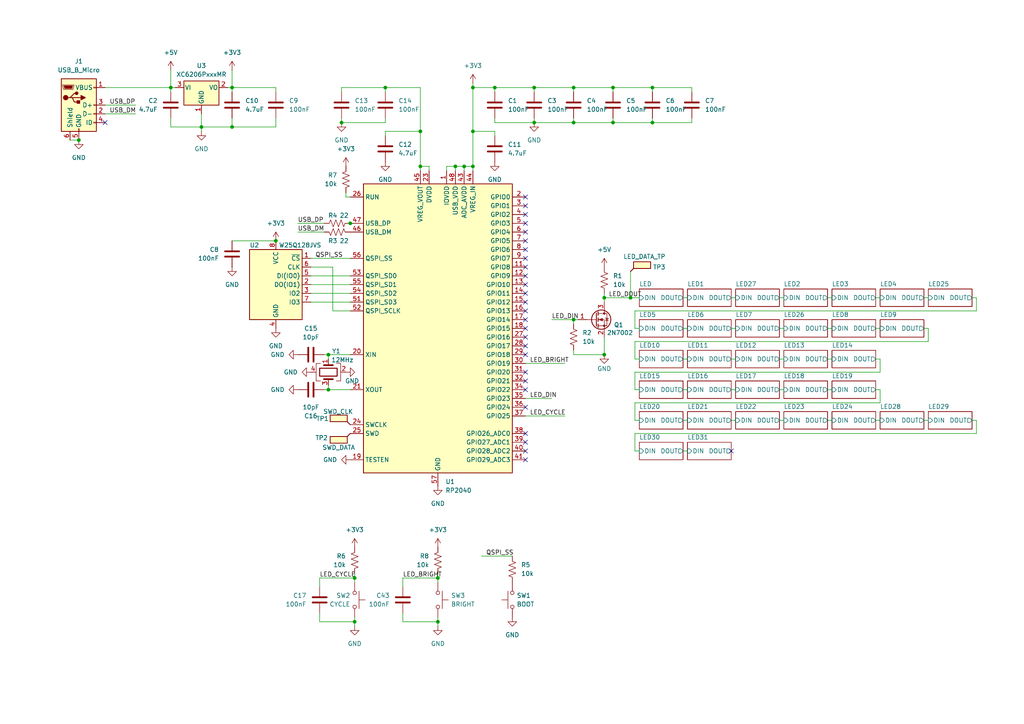
<source format=kicad_sch>
(kicad_sch (version 20231120) (generator "eeschema") (generator_version "8.0")
  (paper "A4")
  (lib_symbols
    (symbol "Connector:TestPoint_Flag" (pin_numbers hide) (pin_names (offset 0.762) hide)
      (property "Reference" "TP" (at 3.429 1.778 0))
      (property "Value" "TestPoint_Flag" (at 3.302 4.191 0))
      (symbol "TestPoint_Flag_1_1"
        (pin passive line (at 0 0 90) (length 0) (name "1") (number "1"))
      )
    )
    (symbol "Connector:USB_B_Micro" (pin_names (offset 1.016))
      (property "Reference" "J" (at -5.08 11.43 0))
      (property "Value" "USB_B_Micro" (at -5.08 8.89 0))
      (symbol "USB_B_Micro_1_1"
        (pin power_out line (at 7.62 5.08 180) (length 2.54) (name "VBUS") (number "1"))
        (pin bidirectional line (at 7.62 -2.54 180) (length 2.54) (name "D-") (number "2"))
        (pin bidirectional line (at 7.62 0 180) (length 2.54) (name "D+") (number "3"))
        (pin passive line (at 7.62 -5.08 180) (length 2.54) (name "ID") (number "4"))
        (pin power_out line (at 0 -10.16 90) (length 2.54) (name "GND") (number "5"))
        (pin passive line (at -2.54 -10.16 90) (length 2.54) (name "Shield") (number "6"))
      )
    )
    (symbol "Device:C" (pin_numbers hide) (pin_names (offset 0.254))
      (property "Reference" "C" (at 0.635 2.54 0))
      (property "Value" "C" (at 0.635 -2.54 0))
      (symbol "C_1_1"
        (pin passive line (at 0 3.81 270) (length 2.794) (name "~") (number "1"))
        (pin passive line (at 0 -3.81 90) (length 2.794) (name "~") (number "2"))
      )
    )
    (symbol "Device:Crystal_GND24" (pin_names (offset 1.016) hide)
      (property "Reference" "Y" (at 3.175 5.08 0))
      (property "Value" "Crystal_GND24" (at 3.175 3.175 0))
      (symbol "Crystal_GND24_1_1"
        (pin passive line (at -3.81 0 0) (length 1.27) (name "1") (number "1"))
        (pin passive line (at 0 5.08 270) (length 1.27) (name "2") (number "2"))
        (pin passive line (at 3.81 0 180) (length 1.27) (name "3") (number "3"))
        (pin passive line (at 0 -5.08 90) (length 1.27) (name "4") (number "4"))
      )
    )
    (symbol "Device:R_US" (pin_numbers hide) (pin_names (offset 0))
      (property "Reference" "R" (at 2.54 0 90))
      (property "Value" "R_US" (at -2.54 0 90))
      (symbol "R_US_1_1"
        (pin passive line (at 0 3.81 270) (length 1.27) (name "~") (number "1"))
        (pin passive line (at 0 -3.81 90) (length 1.27) (name "~") (number "2"))
      )
    )
    (symbol "MCU_RaspberryPi:RP2040"
      (property "Reference" "U" (at 17.78 45.72 0))
      (property "Value" "RP2040" (at 17.78 43.18 0))
      (symbol "RP2040_1_1"
        (pin power_in line (at 2.54 45.72 270) (length 3.81) (name "IOVDD") (number "1"))
        (pin passive line (at 2.54 45.72 270) (length 3.81) hide (name "IOVDD") (number "10"))
        (pin bidirectional line (at 25.4 17.78 180) (length 3.81) (name "GPIO8") (number "11"))
        (pin bidirectional line (at 25.4 15.24 180) (length 3.81) (name "GPIO9") (number "12"))
        (pin bidirectional line (at 25.4 12.7 180) (length 3.81) (name "GPIO10") (number "13"))
        (pin bidirectional line (at 25.4 10.16 180) (length 3.81) (name "GPIO11") (number "14"))
        (pin bidirectional line (at 25.4 7.62 180) (length 3.81) (name "GPIO12") (number "15"))
        (pin bidirectional line (at 25.4 5.08 180) (length 3.81) (name "GPIO13") (number "16"))
        (pin bidirectional line (at 25.4 2.54 180) (length 3.81) (name "GPIO14") (number "17"))
        (pin bidirectional line (at 25.4 0 180) (length 3.81) (name "GPIO15") (number "18"))
        (pin input line (at -25.4 -38.1 0) (length 3.81) (name "TESTEN") (number "19"))
        (pin bidirectional line (at 25.4 38.1 180) (length 3.81) (name "GPIO0") (number "2"))
        (pin input line (at -25.4 -7.62 0) (length 3.81) (name "XIN") (number "20"))
        (pin passive line (at -25.4 -17.78 0) (length 3.81) (name "XOUT") (number "21"))
        (pin passive line (at 2.54 45.72 270) (length 3.81) hide (name "IOVDD") (number "22"))
        (pin power_in line (at -2.54 45.72 270) (length 3.81) (name "DVDD") (number "23"))
        (pin input line (at -25.4 -27.94 0) (length 3.81) (name "SWCLK") (number "24"))
        (pin bidirectional line (at -25.4 -30.48 0) (length 3.81) (name "SWD") (number "25"))
        (pin input line (at -25.4 38.1 0) (length 3.81) (name "RUN") (number "26"))
        (pin bidirectional line (at 25.4 -2.54 180) (length 3.81) (name "GPIO16") (number "27"))
        (pin bidirectional line (at 25.4 -5.08 180) (length 3.81) (name "GPIO17") (number "28"))
        (pin bidirectional line (at 25.4 -7.62 180) (length 3.81) (name "GPIO18") (number "29"))
        (pin bidirectional line (at 25.4 35.56 180) (length 3.81) (name "GPIO1") (number "3"))
        (pin bidirectional line (at 25.4 -10.16 180) (length 3.81) (name "GPIO19") (number "30"))
        (pin bidirectional line (at 25.4 -12.7 180) (length 3.81) (name "GPIO20") (number "31"))
        (pin bidirectional line (at 25.4 -15.24 180) (length 3.81) (name "GPIO21") (number "32"))
        (pin passive line (at 2.54 45.72 270) (length 3.81) hide (name "IOVDD") (number "33"))
        (pin bidirectional line (at 25.4 -17.78 180) (length 3.81) (name "GPIO22") (number "34"))
        (pin bidirectional line (at 25.4 -20.32 180) (length 3.81) (name "GPIO23") (number "35"))
        (pin bidirectional line (at 25.4 -22.86 180) (length 3.81) (name "GPIO24") (number "36"))
        (pin bidirectional line (at 25.4 -25.4 180) (length 3.81) (name "GPIO25") (number "37"))
        (pin bidirectional line (at 25.4 -30.48 180) (length 3.81) (name "GPIO26_ADC0") (number "38"))
        (pin bidirectional line (at 25.4 -33.02 180) (length 3.81) (name "GPIO27_ADC1") (number "39"))
        (pin bidirectional line (at 25.4 33.02 180) (length 3.81) (name "GPIO2") (number "4"))
        (pin bidirectional line (at 25.4 -35.56 180) (length 3.81) (name "GPIO28_ADC2") (number "40"))
        (pin bidirectional line (at 25.4 -38.1 180) (length 3.81) (name "GPIO29_ADC3") (number "41"))
        (pin passive line (at 2.54 45.72 270) (length 3.81) hide (name "IOVDD") (number "42"))
        (pin power_in line (at 7.62 45.72 270) (length 3.81) (name "ADC_AVDD") (number "43"))
        (pin power_in line (at 10.16 45.72 270) (length 3.81) (name "VREG_IN") (number "44"))
        (pin power_out line (at -5.08 45.72 270) (length 3.81) (name "VREG_VOUT") (number "45"))
        (pin bidirectional line (at -25.4 27.94 0) (length 3.81) (name "USB_DM") (number "46"))
        (pin bidirectional line (at -25.4 30.48 0) (length 3.81) (name "USB_DP") (number "47"))
        (pin power_in line (at 5.08 45.72 270) (length 3.81) (name "USB_VDD") (number "48"))
        (pin passive line (at 2.54 45.72 270) (length 3.81) hide (name "IOVDD") (number "49"))
        (pin bidirectional line (at 25.4 30.48 180) (length 3.81) (name "GPIO3") (number "5"))
        (pin passive line (at -2.54 45.72 270) (length 3.81) hide (name "DVDD") (number "50"))
        (pin bidirectional line (at -25.4 7.62 0) (length 3.81) (name "QSPI_SD3") (number "51"))
        (pin output line (at -25.4 5.08 0) (length 3.81) (name "QSPI_SCLK") (number "52"))
        (pin bidirectional line (at -25.4 15.24 0) (length 3.81) (name "QSPI_SD0") (number "53"))
        (pin bidirectional line (at -25.4 10.16 0) (length 3.81) (name "QSPI_SD2") (number "54"))
        (pin bidirectional line (at -25.4 12.7 0) (length 3.81) (name "QSPI_SD1") (number "55"))
        (pin bidirectional line (at -25.4 20.32 0) (length 3.81) (name "QSPI_SS") (number "56"))
        (pin power_in line (at 0 -45.72 90) (length 3.81) (name "GND") (number "57"))
        (pin bidirectional line (at 25.4 27.94 180) (length 3.81) (name "GPIO4") (number "6"))
        (pin bidirectional line (at 25.4 25.4 180) (length 3.81) (name "GPIO5") (number "7"))
        (pin bidirectional line (at 25.4 22.86 180) (length 3.81) (name "GPIO6") (number "8"))
        (pin bidirectional line (at 25.4 20.32 180) (length 3.81) (name "GPIO7") (number "9"))
      )
    )
    (symbol "Memory_Flash:W25Q128JVS"
      (property "Reference" "U" (at -8.89 8.89 0))
      (property "Value" "W25Q128JVS" (at 7.62 8.89 0))
      (symbol "W25Q128JVS_1_1"
        (pin input line (at -10.16 7.62 0) (length 2.54) (name "~{CS}") (number "1"))
        (pin bidirectional line (at -10.16 0 0) (length 2.54) (name "DO(IO1)") (number "2"))
        (pin bidirectional line (at -10.16 -2.54 0) (length 2.54) (name "IO2") (number "3"))
        (pin power_in line (at 0 -12.7 90) (length 2.54) (name "GND") (number "4"))
        (pin bidirectional line (at -10.16 2.54 0) (length 2.54) (name "DI(IO0)") (number "5"))
        (pin input line (at -10.16 5.08 0) (length 2.54) (name "CLK") (number "6"))
        (pin bidirectional line (at -10.16 -5.08 0) (length 2.54) (name "IO3") (number "7"))
        (pin power_in line (at 0 12.7 270) (length 2.54) (name "VCC") (number "8"))
      )
    )
    (symbol "Regulator_Linear:XC6206PxxxMR" (pin_names (offset 0.254))
      (property "Reference" "U" (at -3.81 3.175 0))
      (property "Value" "XC6206PxxxMR" (at 0 3.175 0))
      (symbol "XC6206PxxxMR_1_1"
        (pin power_in line (at 0 -7.62 90) (length 2.54) (name "GND") (number "1"))
        (pin power_out line (at 7.62 0 180) (length 2.54) (name "VO") (number "2"))
        (pin power_in line (at -7.62 0 0) (length 2.54) (name "VI") (number "3"))
      )
    )
    (symbol "Switch:SW_Push" (pin_numbers hide) (pin_names (offset 1.016) hide)
      (property "Reference" "SW" (at 1.27 2.54 0))
      (property "Value" "SW_Push" (at 0 -1.524 0))
      (symbol "SW_Push_0_1"
        (pin passive line (at -5.08 0 0) (length 2.54) (name "1") (number "1"))
        (pin passive line (at 5.08 0 180) (length 2.54) (name "2") (number "2"))
      )
    )
    (symbol "Transistor_FET:2N7002" (pin_names hide)
      (property "Reference" "Q" (at 5.08 1.905 0))
      (property "Value" "2N7002" (at 5.08 0 0))
      (symbol "2N7002_1_1"
        (pin input line (at -5.08 0 0) (length 2.54) (name "G") (number "1"))
        (pin passive line (at 2.54 -5.08 90) (length 2.54) (name "S") (number "2"))
        (pin passive line (at 2.54 5.08 270) (length 2.54) (name "D") (number "3"))
      )
    )
    (symbol "power:+3V3" (power) (pin_numbers hide) (pin_names (offset 0) hide)
      (property "Value" "+3V3" (at 0 3.556 0))
      (symbol "+3V3_1_1"
        (pin power_in line (at 0 0 90) (length 0) (name "~") (number "1"))
      )
    )
    (symbol "power:+5V" (power) (pin_numbers hide) (pin_names (offset 0) hide)
      (property "Value" "+5V" (at 0 3.556 0))
      (symbol "+5V_1_1"
        (pin power_in line (at 0 0 90) (length 0) (name "~") (number "1"))
      )
    )
    (symbol "power:GND" (power) (pin_numbers hide) (pin_names (offset 0) hide)
      (property "Value" "GND" (at 0 -3.81 0))
      (symbol "GND_1_1"
        (pin power_in line (at 0 0 270) (length 0) (name "~") (number "1"))
      )
    )
  )
  (junction (at 22.86 40.64))
  (junction (at 111.76 25.4))
  (junction (at 127 167.64))
  (junction (at 177.8 35.56))
  (junction (at 154.94 25.4))
  (junction (at 80.01 69.85))
  (junction (at 102.87 180.34))
  (junction (at 175.26 102.87))
  (junction (at 49.53 25.4))
  (junction (at 132.08 48.26))
  (junction (at 101.6 64.77))
  (junction (at 67.31 25.4))
  (junction (at 189.23 35.56))
  (junction (at 121.92 38.1))
  (junction (at 175.26 86.36))
  (junction (at 137.16 25.4))
  (junction (at 67.31 36.83))
  (junction (at 166.37 35.56))
  (junction (at 189.23 25.4))
  (junction (at 177.8 25.4))
  (junction (at 58.42 36.83))
  (junction (at 166.37 92.71))
  (junction (at 121.92 48.26))
  (junction (at 154.94 35.56))
  (junction (at 143.51 25.4))
  (junction (at 102.87 167.64))
  (junction (at 166.37 25.4))
  (junction (at 137.16 48.26))
  (junction (at 137.16 38.1))
  (junction (at 99.06 35.56))
  (junction (at 134.62 48.26))
  (junction (at 182.88 86.36))
  (junction (at 95.25 113.03))
  (junction (at 127 180.34))
  (junction (at 95.25 102.87))
  (no_connect (at 152.4 72.39))
  (no_connect (at 152.4 118.11))
  (no_connect (at 152.4 95.25))
  (no_connect (at 152.4 107.95))
  (no_connect (at 152.4 67.31))
  (no_connect (at 152.4 90.17))
  (no_connect (at 152.4 113.03))
  (no_connect (at 152.4 128.27))
  (no_connect (at 212.09 130.81))
  (no_connect (at 152.4 85.09))
  (no_connect (at 152.4 57.15))
  (no_connect (at 152.4 130.81))
  (no_connect (at 152.4 102.87))
  (no_connect (at 30.48 35.56))
  (no_connect (at 152.4 133.35))
  (no_connect (at 152.4 82.55))
  (no_connect (at 152.4 110.49))
  (no_connect (at 152.4 64.77))
  (no_connect (at 152.4 97.79))
  (no_connect (at 152.4 87.63))
  (no_connect (at 152.4 69.85))
  (no_connect (at 152.4 92.71))
  (no_connect (at 152.4 62.23))
  (no_connect (at 152.4 100.33))
  (no_connect (at 152.4 77.47))
  (no_connect (at 152.4 80.01))
  (no_connect (at 152.4 125.73))
  (no_connect (at 152.4 74.93))
  (no_connect (at 152.4 59.69))
  (wire (pts (xy 152.4 120.65) (xy 163.83 120.65)))
  (wire (pts (xy 99.06 26.67) (xy 99.06 25.4)))
  (wire (pts (xy 184.15 116.84) (xy 255.27 116.84)))
  (wire (pts (xy 92.71 180.34) (xy 102.87 180.34)))
  (wire (pts (xy 95.25 104.14) (xy 95.25 102.87)))
  (wire (pts (xy 93.98 113.03) (xy 95.25 113.03)))
  (wire (pts (xy 80.01 36.83) (xy 67.31 36.83)))
  (wire (pts (xy 166.37 92.71) (xy 166.37 93.98)))
  (wire (pts (xy 90.17 80.01) (xy 101.6 80.01)))
  (wire (pts (xy 198.12 130.81) (xy 199.39 130.81)))
  (wire (pts (xy 134.62 48.26) (xy 137.16 48.26)))
  (wire (pts (xy 137.16 49.53) (xy 137.16 48.26)))
  (wire (pts (xy 102.87 166.37) (xy 102.87 167.64)))
  (wire (pts (xy 20.32 40.64) (xy 22.86 40.64)))
  (wire (pts (xy 184.15 113.03) (xy 185.42 113.03)))
  (wire (pts (xy 184.15 90.17) (xy 283.21 90.17)))
  (wire (pts (xy 254 104.14) (xy 255.27 104.14)))
  (wire (pts (xy 143.51 35.56) (xy 154.94 35.56)))
  (wire (pts (xy 90.17 82.55) (xy 101.6 82.55)))
  (wire (pts (xy 102.87 179.07) (xy 102.87 180.34)))
  (wire (pts (xy 100.33 55.88) (xy 100.33 57.15)))
  (wire (pts (xy 255.27 113.03) (xy 254 113.03)))
  (wire (pts (xy 137.16 38.1) (xy 143.51 38.1)))
  (wire (pts (xy 30.48 25.4) (xy 49.53 25.4)))
  (wire (pts (xy 154.94 25.4) (xy 154.94 26.67)))
  (wire (pts (xy 95.25 113.03) (xy 101.6 113.03)))
  (wire (pts (xy 154.94 35.56) (xy 166.37 35.56)))
  (wire (pts (xy 185.42 104.14) (xy 184.15 104.14)))
  (wire (pts (xy 166.37 102.87) (xy 166.37 101.6)))
  (wire (pts (xy 137.16 24.13) (xy 137.16 25.4)))
  (wire (pts (xy 283.21 125.73) (xy 184.15 125.73)))
  (wire (pts (xy 116.84 167.64) (xy 116.84 170.18)))
  (wire (pts (xy 240.03 104.14) (xy 241.3 104.14)))
  (wire (pts (xy 101.6 64.77) (xy 102.87 64.77)))
  (wire (pts (xy 58.42 36.83) (xy 58.42 38.1)))
  (wire (pts (xy 167.64 92.71) (xy 166.37 92.71)))
  (wire (pts (xy 177.8 25.4) (xy 189.23 25.4)))
  (wire (pts (xy 152.4 105.41) (xy 163.83 105.41)))
  (wire (pts (xy 212.09 95.25) (xy 213.36 95.25)))
  (wire (pts (xy 166.37 34.29) (xy 166.37 35.56)))
  (wire (pts (xy 67.31 69.85) (xy 80.01 69.85)))
  (wire (pts (xy 127 166.37) (xy 127 167.64)))
  (wire (pts (xy 30.48 33.02) (xy 39.37 33.02)))
  (wire (pts (xy 269.24 95.25) (xy 267.97 95.25)))
  (wire (pts (xy 92.71 167.64) (xy 92.71 170.18)))
  (wire (pts (xy 200.66 34.29) (xy 200.66 35.56)))
  (wire (pts (xy 166.37 25.4) (xy 177.8 25.4)))
  (wire (pts (xy 100.33 57.15) (xy 101.6 57.15)))
  (wire (pts (xy 283.21 121.92) (xy 283.21 125.73)))
  (wire (pts (xy 121.92 49.53) (xy 121.92 48.26)))
  (wire (pts (xy 255.27 116.84) (xy 255.27 113.03)))
  (wire (pts (xy 189.23 25.4) (xy 189.23 26.67)))
  (wire (pts (xy 226.06 113.03) (xy 227.33 113.03)))
  (wire (pts (xy 182.88 86.36) (xy 185.42 86.36)))
  (wire (pts (xy 198.12 113.03) (xy 199.39 113.03)))
  (wire (pts (xy 267.97 86.36) (xy 269.24 86.36)))
  (wire (pts (xy 269.24 99.06) (xy 269.24 95.25)))
  (wire (pts (xy 96.52 77.47) (xy 90.17 77.47)))
  (wire (pts (xy 111.76 35.56) (xy 99.06 35.56)))
  (wire (pts (xy 254 86.36) (xy 255.27 86.36)))
  (wire (pts (xy 127 167.64) (xy 116.84 167.64)))
  (wire (pts (xy 134.62 48.26) (xy 134.62 49.53)))
  (wire (pts (xy 184.15 121.92) (xy 184.15 116.84)))
  (wire (pts (xy 111.76 26.67) (xy 111.76 25.4)))
  (wire (pts (xy 116.84 180.34) (xy 127 180.34)))
  (wire (pts (xy 175.26 102.87) (xy 166.37 102.87)))
  (wire (pts (xy 67.31 34.29) (xy 67.31 36.83)))
  (wire (pts (xy 86.36 64.77) (xy 93.98 64.77)))
  (wire (pts (xy 198.12 121.92) (xy 199.39 121.92)))
  (wire (pts (xy 254 121.92) (xy 255.27 121.92)))
  (wire (pts (xy 80.01 26.67) (xy 80.01 25.4)))
  (wire (pts (xy 226.06 121.92) (xy 227.33 121.92)))
  (wire (pts (xy 177.8 34.29) (xy 177.8 35.56)))
  (wire (pts (xy 166.37 35.56) (xy 177.8 35.56)))
  (wire (pts (xy 143.51 39.37) (xy 143.51 38.1)))
  (wire (pts (xy 129.54 48.26) (xy 132.08 48.26)))
  (wire (pts (xy 93.98 102.87) (xy 95.25 102.87)))
  (wire (pts (xy 226.06 86.36) (xy 227.33 86.36)))
  (wire (pts (xy 185.42 121.92) (xy 184.15 121.92)))
  (wire (pts (xy 166.37 25.4) (xy 166.37 26.67)))
  (wire (pts (xy 80.01 34.29) (xy 80.01 36.83)))
  (wire (pts (xy 80.01 25.4) (xy 67.31 25.4)))
  (wire (pts (xy 86.36 67.31) (xy 93.98 67.31)))
  (wire (pts (xy 212.09 104.14) (xy 213.36 104.14)))
  (wire (pts (xy 189.23 35.56) (xy 200.66 35.56)))
  (wire (pts (xy 111.76 25.4) (xy 121.92 25.4)))
  (wire (pts (xy 198.12 86.36) (xy 199.39 86.36)))
  (wire (pts (xy 67.31 36.83) (xy 58.42 36.83)))
  (wire (pts (xy 67.31 25.4) (xy 67.31 26.67)))
  (wire (pts (xy 102.87 167.64) (xy 102.87 168.91)))
  (wire (pts (xy 49.53 25.4) (xy 49.53 26.67)))
  (wire (pts (xy 111.76 38.1) (xy 111.76 39.37)))
  (wire (pts (xy 101.6 90.17) (xy 96.52 90.17)))
  (wire (pts (xy 212.09 86.36) (xy 213.36 86.36)))
  (wire (pts (xy 124.46 49.53) (xy 124.46 48.26)))
  (wire (pts (xy 240.03 95.25) (xy 241.3 95.25)))
  (wire (pts (xy 175.26 86.36) (xy 182.88 86.36)))
  (wire (pts (xy 143.51 34.29) (xy 143.51 35.56)))
  (wire (pts (xy 143.51 25.4) (xy 154.94 25.4)))
  (wire (pts (xy 96.52 90.17) (xy 96.52 77.47)))
  (wire (pts (xy 184.15 125.73) (xy 184.15 130.81)))
  (wire (pts (xy 95.25 102.87) (xy 101.6 102.87)))
  (wire (pts (xy 177.8 25.4) (xy 177.8 26.67)))
  (wire (pts (xy 132.08 48.26) (xy 132.08 49.53)))
  (wire (pts (xy 240.03 113.03) (xy 241.3 113.03)))
  (wire (pts (xy 102.87 180.34) (xy 102.87 181.61)))
  (wire (pts (xy 189.23 34.29) (xy 189.23 35.56)))
  (wire (pts (xy 124.46 48.26) (xy 121.92 48.26)))
  (wire (pts (xy 132.08 48.26) (xy 134.62 48.26)))
  (wire (pts (xy 102.87 167.64) (xy 92.71 167.64)))
  (wire (pts (xy 129.54 49.53) (xy 129.54 48.26)))
  (wire (pts (xy 198.12 95.25) (xy 199.39 95.25)))
  (wire (pts (xy 49.53 34.29) (xy 49.53 36.83)))
  (wire (pts (xy 137.16 48.26) (xy 137.16 38.1)))
  (wire (pts (xy 240.03 121.92) (xy 241.3 121.92)))
  (wire (pts (xy 175.26 86.36) (xy 175.26 87.63)))
  (wire (pts (xy 121.92 38.1) (xy 111.76 38.1)))
  (wire (pts (xy 127 167.64) (xy 127 168.91)))
  (wire (pts (xy 184.15 130.81) (xy 185.42 130.81)))
  (wire (pts (xy 49.53 25.4) (xy 50.8 25.4)))
  (wire (pts (xy 184.15 99.06) (xy 269.24 99.06)))
  (wire (pts (xy 121.92 48.26) (xy 121.92 38.1)))
  (wire (pts (xy 90.17 87.63) (xy 101.6 87.63)))
  (wire (pts (xy 121.92 25.4) (xy 121.92 38.1)))
  (wire (pts (xy 226.06 95.25) (xy 227.33 95.25)))
  (wire (pts (xy 67.31 20.32) (xy 67.31 25.4)))
  (wire (pts (xy 182.88 78.74) (xy 182.88 86.36)))
  (wire (pts (xy 111.76 34.29) (xy 111.76 35.56)))
  (wire (pts (xy 30.48 30.48) (xy 39.37 30.48)))
  (wire (pts (xy 177.8 35.56) (xy 189.23 35.56)))
  (wire (pts (xy 283.21 86.36) (xy 281.94 86.36)))
  (wire (pts (xy 137.16 25.4) (xy 143.51 25.4)))
  (wire (pts (xy 92.71 177.8) (xy 92.71 180.34)))
  (wire (pts (xy 240.03 86.36) (xy 241.3 86.36)))
  (wire (pts (xy 189.23 25.4) (xy 200.66 25.4)))
  (wire (pts (xy 160.02 92.71) (xy 166.37 92.71)))
  (wire (pts (xy 212.09 121.92) (xy 213.36 121.92)))
  (wire (pts (xy 226.06 104.14) (xy 227.33 104.14)))
  (wire (pts (xy 200.66 26.67) (xy 200.66 25.4)))
  (wire (pts (xy 99.06 25.4) (xy 111.76 25.4)))
  (wire (pts (xy 255.27 107.95) (xy 184.15 107.95)))
  (wire (pts (xy 154.94 25.4) (xy 166.37 25.4)))
  (wire (pts (xy 143.51 25.4) (xy 143.51 26.67)))
  (wire (pts (xy 283.21 90.17) (xy 283.21 86.36)))
  (wire (pts (xy 212.09 113.03) (xy 213.36 113.03)))
  (wire (pts (xy 49.53 20.32) (xy 49.53 25.4)))
  (wire (pts (xy 184.15 90.17) (xy 184.15 95.25)))
  (wire (pts (xy 90.17 85.09) (xy 101.6 85.09)))
  (wire (pts (xy 154.94 34.29) (xy 154.94 35.56)))
  (wire (pts (xy 255.27 104.14) (xy 255.27 107.95)))
  (wire (pts (xy 184.15 104.14) (xy 184.15 99.06)))
  (wire (pts (xy 152.4 115.57) (xy 160.02 115.57)))
  (wire (pts (xy 281.94 121.92) (xy 283.21 121.92)))
  (wire (pts (xy 58.42 33.02) (xy 58.42 36.83)))
  (wire (pts (xy 137.16 38.1) (xy 137.16 25.4)))
  (wire (pts (xy 175.26 97.79) (xy 175.26 102.87)))
  (wire (pts (xy 175.26 85.09) (xy 175.26 86.36)))
  (wire (pts (xy 116.84 177.8) (xy 116.84 180.34)))
  (wire (pts (xy 90.17 74.93) (xy 101.6 74.93)))
  (wire (pts (xy 184.15 95.25) (xy 185.42 95.25)))
  (wire (pts (xy 49.53 36.83) (xy 58.42 36.83)))
  (wire (pts (xy 99.06 35.56) (xy 99.06 34.29)))
  (wire (pts (xy 267.97 121.92) (xy 269.24 121.92)))
  (wire (pts (xy 184.15 107.95) (xy 184.15 113.03)))
  (wire (pts (xy 139.7 161.29) (xy 148.59 161.29)))
  (wire (pts (xy 127 180.34) (xy 127 181.61)))
  (wire (pts (xy 198.12 104.14) (xy 199.39 104.14)))
  (wire (pts (xy 127 179.07) (xy 127 180.34)))
  (wire (pts (xy 254 95.25) (xy 255.27 95.25)))
  (wire (pts (xy 95.25 111.76) (xy 95.25 113.03)))
  (wire (pts (xy 66.04 25.4) (xy 67.31 25.4)))
  (label "QSPI_SS" (at 91.44 74.93 0))
  (label "QSPI_SS" (at 140.97 161.29 0))
  (label "LED_DIN" (at 160.02 92.71 0))
  (label "USB_DP" (at 31.75 30.48 0))
  (label "USB_DP" (at 86.36 64.77 0))
  (label "USB_DM" (at 31.75 33.02 0))
  (label "USB_DM" (at 86.36 67.31 0))
  (label "LED_CYCLE" (at 92.71 167.64 0))
  (label "LED_CYCLE" (at 153.67 120.65 0))
  (label "LED_DIN" (at 153.67 115.57 0))
  (label "LED_BRIGHT" (at 116.84 167.64 0))
  (label "LED_BRIGHT" (at 153.67 105.41 0))
  (label "LED_DOUT" (at 176.53 86.36 0))
  (symbol (lib_id "Device:C") (at 154.94 30.48 0) (unit 1)
    (property "Reference" "C3" (at 158.75 29.2099 0) (effects (justify left)))
    (property "Value" "100nF" (at 158.75 31.7499 0) (effects (justify left)))
    (property "Footprint" "Capacitor_SMD:C_0402_1005Metric" (effects (hide yes)))
    (property "Description" "Unpolarized capacitor" (effects (hide yes)))
    (property "MPN" "CL05B104KO5NNNC" (effects (hide yes)))
    (property "LCSC" "C1525" (effects (hide yes)))
  )
  (symbol (lib_id "Device:C") (at 116.84 173.99 0) (mirror y) (unit 1)
    (property "Reference" "C43" (at 113.03 172.7199 0) (effects (justify left)))
    (property "Value" "100nF" (at 113.03 175.2599 0) (effects (justify left)))
    (property "Footprint" "Capacitor_SMD:C_0402_1005Metric" (effects (hide yes)))
    (property "Description" "Unpolarized capacitor" (effects (hide yes)))
    (property "MPN" "CL05B104KO5NNNC" (effects (hide yes)))
    (property "LCSC" "C1525" (effects (hide yes)))
  )
  (symbol (lib_id "power:+3V3") (at 102.87 158.75 0) (mirror y) (unit 1)
    (property "Reference" "#PWR025" (effects (hide yes)))
    (property "Value" "+3V3" (at 102.87 153.67 0))
    (property "Description" "Power symbol creates a global label with name \"+3V3\"" (effects (hide yes)))
  )
  (symbol (lib_id "power:GND") (at 99.06 35.56 0) (unit 1)
    (property "Reference" "#PWR017" (effects (hide yes)))
    (property "Value" "GND" (at 99.06 40.64 0))
    (property "Description" "Power symbol creates a global label with name \"GND\" , ground" (effects (hide yes)))
  )
  (symbol (lib_id "Device:C") (at 80.01 30.48 0) (unit 1)
    (property "Reference" "C9" (at 83.82 29.2099 0) (effects (justify left)))
    (property "Value" "100nF" (at 83.82 31.7499 0) (effects (justify left)))
    (property "Footprint" "Capacitor_SMD:C_0402_1005Metric" (effects (hide yes)))
    (property "Description" "Unpolarized capacitor" (effects (hide yes)))
    (property "MPN" "CL05B104KO5NNNC" (effects (hide yes)))
    (property "LCSC" "C1525" (effects (hide yes)))
  )
  (symbol (lib_id "Device:R_US") (at 100.33 52.07 0) (mirror y) (unit 1)
    (property "Reference" "R7" (at 97.79 50.7999 0) (effects (justify left)))
    (property "Value" "10k" (at 97.79 53.3399 0) (effects (justify left)))
    (property "Footprint" "Resistor_SMD:R_0402_1005Metric" (effects (hide yes)))
    (property "Description" "Resistor, US symbol" (effects (hide yes)))
    (property "MPN" "0402WGF1002TCE" (effects (hide yes)))
    (property "LCSC" "C25744" (effects (hide yes)))
  )
  (symbol (lib_id "Connector:TestPoint_Flag") (at 101.6 123.19 0) (mirror y) (unit 1)
    (property "Reference" "TP1" (at 91.694 121.412 0) (effects (justify right)))
    (property "Value" "SWD_CLK" (at 93.726 119.38 0) (effects (justify right)))
    (property "Footprint" "TestPoint:TestPoint_Pad_1.0x1.0mm" (effects (hide yes)))
    (property "Description" "test point (alternative flag-style design)" (effects (hide yes)))
  )
  (symbol (lib_id "Device:C") (at 189.23 30.48 0) (unit 1)
    (property "Reference" "C6" (at 193.04 29.2099 0) (effects (justify left)))
    (property "Value" "100nF" (at 193.04 31.7499 0) (effects (justify left)))
    (property "Footprint" "Capacitor_SMD:C_0402_1005Metric" (effects (hide yes)))
    (property "Description" "Unpolarized capacitor" (effects (hide yes)))
    (property "MPN" "CL05B104KO5NNNC" (effects (hide yes)))
    (property "LCSC" "C1525" (effects (hide yes)))
  )
  (symbol (lib_id "power:GND") (at 101.6 133.35 270) (unit 1)
    (property "Reference" "#PWR021" (effects (hide yes)))
    (property "Value" "GND" (at 97.79 133.3499 90) (effects (justify right)))
    (property "Description" "Power symbol creates a global label with name \"GND\" , ground" (effects (hide yes)))
  )
  (symbol (lib_id "power:GND") (at 143.51 46.99 0) (unit 1)
    (property "Reference" "#PWR018" (effects (hide yes)))
    (property "Value" "GND" (at 143.51 52.07 0))
    (property "Description" "Power symbol creates a global label with name \"GND\" , ground" (effects (hide yes)))
  )
  (symbol (lib_id "Device:C") (at 67.31 30.48 0) (unit 1)
    (property "Reference" "C10" (at 71.12 29.2099 0) (effects (justify left)))
    (property "Value" "4.7uF" (at 71.12 31.7499 0) (effects (justify left)))
    (property "Footprint" "Capacitor_SMD:C_0402_1005Metric" (effects (hide yes)))
    (property "Description" "Unpolarized capacitor" (effects (hide yes)))
    (property "MPN" "CL05A475MP5NRNC" (effects (hide yes)))
    (property "LCSC" "C23733" (effects (hide yes)))
  )
  (symbol (lib_id "Device:C") (at 67.31 73.66 0) (mirror y) (unit 1)
    (property "Reference" "C8" (at 63.5 72.3899 0) (effects (justify left)))
    (property "Value" "100nF" (at 63.5 74.9299 0) (effects (justify left)))
    (property "Footprint" "Capacitor_SMD:C_0402_1005Metric" (effects (hide yes)))
    (property "Description" "Unpolarized capacitor" (effects (hide yes)))
    (property "MPN" "CL05B104KO5NNNC" (effects (hide yes)))
    (property "LCSC" "C1525" (effects (hide yes)))
  )
  (symbol (lib_id "Device:C") (at 90.17 102.87 90) (unit 1)
    (property "Reference" "C15" (at 90.17 95.25 90))
    (property "Value" "10pF" (at 90.17 97.79 90))
    (property "Footprint" "Capacitor_SMD:C_0402_1005Metric" (effects (hide yes)))
    (property "Description" "Unpolarized capacitor" (effects (hide yes)))
    (property "MPN" "CL05C100JB5NNNC" (effects (hide yes)))
    (property "LCSC" "C32949" (effects (hide yes)))
  )
  (symbol (lib_id "Device:C") (at 111.76 30.48 0) (unit 1)
    (property "Reference" "C14" (at 115.57 29.2099 0) (effects (justify left)))
    (property "Value" "100nF" (at 115.57 31.7499 0) (effects (justify left)))
    (property "Footprint" "Capacitor_SMD:C_0402_1005Metric" (effects (hide yes)))
    (property "Description" "Unpolarized capacitor" (effects (hide yes)))
    (property "MPN" "CL05B104KO5NNNC" (effects (hide yes)))
    (property "LCSC" "C1525" (effects (hide yes)))
  )
  (symbol (lib_id "power:GND") (at 22.86 40.64 0) (unit 1)
    (property "Reference" "#PWR012" (effects (hide yes)))
    (property "Value" "GND" (at 22.86 45.72 0))
    (property "Description" "Power symbol creates a global label with name \"GND\" , ground" (effects (hide yes)))
  )
  (symbol (lib_id "Memory_Flash:W25Q128JVS") (at 80.01 82.55 0) (mirror y) (unit 1)
    (property "Reference" "U2" (at 75.184 71.12 0) (effects (justify left)))
    (property "Value" "W25Q128JVS" (at 93.218 71.12 0) (effects (justify left)))
    (property "Footprint" "Package_SO:SOIC-8_5.23x5.23mm_P1.27mm" (effects (hide yes)))
    (property "Datasheet" "http://www.winbond.com/resource-files/w25q128jv_dtr%20revc%2003272018%20plus.pdf" (effects (hide yes)))
    (property "Description" "128Mb Serial Flash Memory, Standard/Dual/Quad SPI, SOIC-8" (effects (hide yes)))
    (property "MPN" "W25Q128JVSIQ" (effects (hide yes)))
    (property "LCSC" "C97521" (effects (hide yes)))
  )
  (symbol (lib_id "power:+3V3") (at 137.16 24.13 0) (unit 1)
    (property "Reference" "#PWR019" (effects (hide yes)))
    (property "Value" "+3V3" (at 137.16 19.05 0))
    (property "Description" "Power symbol creates a global label with name \"+3V3\"" (effects (hide yes)))
  )
  (symbol (lib_id "power:GND") (at 86.36 102.87 270) (unit 1)
    (property "Reference" "#PWR06" (effects (hide yes)))
    (property "Value" "GND" (at 82.55 102.8699 90) (effects (justify right)))
    (property "Description" "Power symbol creates a global label with name \"GND\" , ground" (effects (hide yes)))
  )
  (symbol (lib_id "Device:R_US") (at 166.37 97.79 0) (unit 1)
    (property "Reference" "R2" (at 168.91 96.5199 0) (effects (justify left)))
    (property "Value" "10k" (at 168.91 99.0599 0) (effects (justify left)))
    (property "Footprint" "Resistor_SMD:R_0402_1005Metric" (effects (hide yes)))
    (property "Description" "Resistor, US symbol" (effects (hide yes)))
    (property "MPN" "0402WGF1002TCE" (effects (hide yes)))
    (property "LCSC" "C25744" (effects (hide yes)))
  )
  (symbol (lib_id "power:+3V3") (at 67.31 20.32 0) (unit 1)
    (property "Reference" "#PWR03" (effects (hide yes)))
    (property "Value" "+3V3" (at 67.31 15.24 0))
    (property "Description" "Power symbol creates a global label with name \"+3V3\"" (effects (hide yes)))
  )
  (symbol (lib_id "Connector:TestPoint_Flag") (at 101.6 125.73 180) (unit 1)
    (property "Reference" "TP2" (at 91.44 127 0) (effects (justify right)))
    (property "Value" "SWD_DATA" (at 93.472 129.794 0) (effects (justify right)))
    (property "Footprint" "TestPoint:TestPoint_Pad_1.0x1.0mm" (effects (hide yes)))
    (property "Description" "test point (alternative flag-style design)" (effects (hide yes)))
  )
  (symbol (lib_id "power:+3V3") (at 80.01 69.85 0) (unit 1)
    (property "Reference" "#PWR010" (effects (hide yes)))
    (property "Value" "+3V3" (at 80.01 64.77 0))
    (property "Description" "Power symbol creates a global label with name \"+3V3\"" (effects (hide yes)))
  )
  (symbol (lib_id "Device:C") (at 111.76 43.18 0) (unit 1)
    (property "Reference" "C12" (at 115.57 41.9099 0) (effects (justify left)))
    (property "Value" "4.7uF" (at 115.57 44.4499 0) (effects (justify left)))
    (property "Footprint" "Capacitor_SMD:C_0402_1005Metric" (effects (hide yes)))
    (property "Description" "Unpolarized capacitor" (effects (hide yes)))
    (property "MPN" "CL05A475MP5NRNC" (effects (hide yes)))
    (property "LCSC" "C23733" (effects (hide yes)))
  )
  (symbol (lib_id "power:GND") (at 67.31 77.47 0) (unit 1)
    (property "Reference" "#PWR09" (effects (hide yes)))
    (property "Value" "GND" (at 67.31 82.55 0))
    (property "Description" "Power symbol creates a global label with name \"GND\" , ground" (effects (hide yes)))
  )
  (symbol (lib_id "power:GND") (at 175.26 102.87 0) (unit 1)
    (property "Reference" "#PWR023" (effects (hide yes)))
    (property "Value" "GND" (at 175.26 106.934 0))
    (property "Description" "Power symbol creates a global label with name \"GND\" , ground" (effects (hide yes)))
  )
  (symbol (lib_id "power:+3V3") (at 100.33 48.26 0) (unit 1)
    (property "Reference" "#PWR014" (effects (hide yes)))
    (property "Value" "+3V3" (at 100.33 43.18 0))
    (property "Description" "Power symbol creates a global label with name \"+3V3\"" (effects (hide yes)))
  )
  (symbol (lib_id "Device:C") (at 166.37 30.48 0) (unit 1)
    (property "Reference" "C4" (at 170.18 29.2099 0) (effects (justify left)))
    (property "Value" "100nF" (at 170.18 31.7499 0) (effects (justify left)))
    (property "Footprint" "Capacitor_SMD:C_0402_1005Metric" (effects (hide yes)))
    (property "Description" "Unpolarized capacitor" (effects (hide yes)))
    (property "MPN" "CL05B104KO5NNNC" (effects (hide yes)))
    (property "LCSC" "C1525" (effects (hide yes)))
  )
  (symbol (lib_id "Device:C") (at 143.51 30.48 0) (unit 1)
    (property "Reference" "C1" (at 147.32 29.2099 0) (effects (justify left)))
    (property "Value" "100nF" (at 147.32 31.7499 0) (effects (justify left)))
    (property "Footprint" "Capacitor_SMD:C_0402_1005Metric" (effects (hide yes)))
    (property "Description" "Unpolarized capacitor" (effects (hide yes)))
    (property "MPN" "CL05B104KO5NNNC" (effects (hide yes)))
    (property "LCSC" "C1525" (effects (hide yes)))
  )
  (symbol (lib_id "Device:C") (at 200.66 30.48 0) (unit 1)
    (property "Reference" "C7" (at 204.47 29.2099 0) (effects (justify left)))
    (property "Value" "100nF" (at 204.47 31.7499 0) (effects (justify left)))
    (property "Footprint" "Capacitor_SMD:C_0402_1005Metric" (effects (hide yes)))
    (property "Description" "Unpolarized capacitor" (effects (hide yes)))
    (property "MPN" "CL05B104KO5NNNC" (effects (hide yes)))
    (property "LCSC" "C1525" (effects (hide yes)))
  )
  (symbol (lib_id "Switch:SW_Push") (at 148.59 173.99 90) (unit 1)
    (property "Reference" "SW1" (at 149.86 172.7199 90) (effects (justify right)))
    (property "Value" "BOOT" (at 149.86 175.2599 90) (effects (justify right)))
    (property "Footprint" "Button_Switch_SMD:SW_Push_SPST_NO_Alps_SKRK" (effects (hide yes)))
    (property "Description" "Push button switch, generic, two pins" (effects (hide yes)))
    (property "MPN" "SKRKAGE020" (effects (hide yes)))
    (property "LCSC" "C262416" (effects (hide yes)))
  )
  (symbol (lib_id "power:GND") (at 127 181.61 0) (mirror y) (unit 1)
    (property "Reference" "#PWR0101" (effects (hide yes)))
    (property "Value" "GND" (at 127 186.69 0))
    (property "Description" "Power symbol creates a global label with name \"GND\" , ground" (effects (hide yes)))
  )
  (symbol (lib_id "power:GND") (at 90.17 107.95 270) (unit 1)
    (property "Reference" "#PWR05" (effects (hide yes)))
    (property "Value" "GND" (at 86.36 107.9499 90) (effects (justify right)))
    (property "Description" "Power symbol creates a global label with name \"GND\" , ground" (effects (hide yes)))
  )
  (symbol (lib_id "power:GND") (at 86.36 113.03 270) (unit 1)
    (property "Reference" "#PWR07" (effects (hide yes)))
    (property "Value" "GND" (at 82.55 113.0299 90) (effects (justify right)))
    (property "Description" "Power symbol creates a global label with name \"GND\" , ground" (effects (hide yes)))
  )
  (symbol (lib_id "power:GND") (at 80.01 95.25 0) (unit 1)
    (property "Reference" "#PWR08" (effects (hide yes)))
    (property "Value" "GND" (at 80.01 100.33 0))
    (property "Description" "Power symbol creates a global label with name \"GND\" , ground" (effects (hide yes)))
  )
  (symbol (lib_id "Device:Crystal_GND24") (at 95.25 107.95 270) (unit 1)
    (property "Reference" "Y1" (at 97.536 101.854 90))
    (property "Value" "12MHz" (at 99.314 104.394 90))
    (property "Footprint" "Crystal:Crystal_SMD_3225-4Pin_3.2x2.5mm" (effects (hide yes)))
    (property "Description" "Four pin crystal, GND on pins 2 and 4" (effects (hide yes)))
    (property "MPN" "X322512MSB4SI" (effects (hide yes)))
    (property "LCSC" "C9002" (effects (hide yes)))
  )
  (symbol (lib_id "Device:C") (at 92.71 173.99 0) (mirror y) (unit 1)
    (property "Reference" "C17" (at 88.9 172.7199 0) (effects (justify left)))
    (property "Value" "100nF" (at 88.9 175.2599 0) (effects (justify left)))
    (property "Footprint" "Capacitor_SMD:C_0402_1005Metric" (effects (hide yes)))
    (property "Description" "Unpolarized capacitor" (effects (hide yes)))
    (property "MPN" "CL05B104KO5NNNC" (effects (hide yes)))
    (property "LCSC" "C1525" (effects (hide yes)))
  )
  (symbol (lib_id "Transistor_FET:2N7002") (at 172.72 92.71 0) (unit 1)
    (property "Reference" "Q1" (at 178.054 94.234 0) (effects (justify left)))
    (property "Value" "2N7002" (at 176.022 96.52 0) (effects (justify left)))
    (property "Footprint" "Package_TO_SOT_SMD:SOT-23" (effects (hide yes)))
    (property "Datasheet" "https://www.lcsc.com/datasheet/lcsc_datasheet_2304140030_Jiangsu-Changjing-Electronics-Technology-Co---Ltd--2N7002_C8545.pdf" (effects (hide yes)))
    (property "Description" "0.115A Id, 60V Vds, N-Channel MOSFET, SOT-23" (effects (hide yes)))
    (property "MPN" "2N7002" (effects (hide yes)))
    (property "LCSC" "C8545" (effects (hide yes)))
  )
  (symbol (lib_id "Device:R_US") (at 97.79 64.77 90) (unit 1)
    (property "Reference" "R4" (at 96.52 62.484 90))
    (property "Value" "22" (at 99.822 62.484 90))
    (property "Footprint" "Resistor_SMD:R_0402_1005Metric" (effects (hide yes)))
    (property "Description" "Resistor, US symbol" (effects (hide yes)))
    (property "MPN" "0402WGF220JTCE" (effects (hide yes)))
    (property "LCSC" "C25092" (effects (hide yes)))
  )
  (symbol (lib_id "Device:C") (at 177.8 30.48 0) (unit 1)
    (property "Reference" "C5" (at 181.61 29.2099 0) (effects (justify left)))
    (property "Value" "100nF" (at 181.61 31.7499 0) (effects (justify left)))
    (property "Footprint" "Capacitor_SMD:C_0402_1005Metric" (effects (hide yes)))
    (property "Description" "Unpolarized capacitor" (effects (hide yes)))
    (property "MPN" "CL05B104KO5NNNC" (effects (hide yes)))
    (property "LCSC" "C1525" (effects (hide yes)))
  )
  (symbol (lib_id "Connector:TestPoint_Flag") (at 182.88 78.74 0) (unit 1)
    (property "Reference" "TP3" (at 193.04 77.47 0) (effects (justify right)))
    (property "Value" "LED_DATA_TP" (at 193.04 74.422 0) (effects (justify right)))
    (property "Footprint" "TestPoint:TestPoint_Pad_1.0x1.0mm" (effects (hide yes)))
    (property "Description" "test point (alternative flag-style design)" (effects (hide yes)))
  )
  (symbol (lib_id "Device:C") (at 143.51 43.18 0) (unit 1)
    (property "Reference" "C11" (at 147.32 41.9099 0) (effects (justify left)))
    (property "Value" "4.7uF" (at 147.32 44.4499 0) (effects (justify left)))
    (property "Footprint" "Capacitor_SMD:C_0402_1005Metric" (effects (hide yes)))
    (property "Description" "Unpolarized capacitor" (effects (hide yes)))
    (property "MPN" "CL05A475MP5NRNC" (effects (hide yes)))
    (property "LCSC" "C23733" (effects (hide yes)))
  )
  (symbol (lib_id "power:GND") (at 100.33 107.95 90) (unit 1)
    (property "Reference" "#PWR04" (effects (hide yes)))
    (property "Value" "GND" (at 100.076 110.49 90) (effects (justify right)))
    (property "Description" "Power symbol creates a global label with name \"GND\" , ground" (effects (hide yes)))
  )
  (symbol (lib_id "Regulator_Linear:XC6206PxxxMR") (at 58.42 25.4 0) (unit 1)
    (property "Reference" "U3" (at 58.42 19.05 0))
    (property "Value" "XC6206PxxxMR" (at 58.42 21.59 0))
    (property "Footprint" "Package_TO_SOT_SMD:SOT-23-3" (effects (hide yes)))
    (property "Datasheet" "https://www.torexsemi.com/file/xc6206/XC6206.pdf" (effects (hide yes)))
    (property "Description" "Positive 60-250mA Low Dropout Regulator, Fixed Output, SOT-23" (effects (hide yes)))
    (property "MPN" "XC6206P332MR-G" (effects (hide yes)))
    (property "LCSC" "C5446" (effects (hide yes)))
  )
  (symbol (lib_id "Device:C") (at 49.53 30.48 0) (mirror y) (unit 1)
    (property "Reference" "C2" (at 45.72 29.2099 0) (effects (justify left)))
    (property "Value" "4.7uF" (at 45.72 31.7499 0) (effects (justify left)))
    (property "Footprint" "Capacitor_SMD:C_0402_1005Metric" (effects (hide yes)))
    (property "Description" "Unpolarized capacitor" (effects (hide yes)))
    (property "MPN" "CL05A475MP5NRNC" (effects (hide yes)))
    (property "LCSC" "C23733" (effects (hide yes)))
  )
  (symbol (lib_id "power:+3V3") (at 127 158.75 0) (mirror y) (unit 1)
    (property "Reference" "#PWR0100" (effects (hide yes)))
    (property "Value" "+3V3" (at 127 153.67 0))
    (property "Description" "Power symbol creates a global label with name \"+3V3\"" (effects (hide yes)))
  )
  (symbol (lib_id "Switch:SW_Push") (at 127 173.99 270) (mirror x) (unit 1)
    (property "Reference" "SW3" (at 130.81 172.7199 90) (effects (justify left)))
    (property "Value" "BRIGHT" (at 130.81 175.2599 90) (effects (justify left)))
    (property "Footprint" "Button_Switch_SMD:SW_Push_SPST_NO_Alps_SKRK" (effects (hide yes)))
    (property "Description" "Push button switch, generic, two pins" (effects (hide yes)))
    (property "MPN" "SKRKAGE020" (effects (hide yes)))
    (property "LCSC" "C262416" (effects (hide yes)))
  )
  (symbol (lib_id "Connector:USB_B_Micro") (at 22.86 30.48 0) (unit 1)
    (property "Reference" "J1" (at 22.86 17.78 0))
    (property "Value" "USB_B_Micro" (at 22.86 20.32 0))
    (property "Footprint" "USB:MicroXNJ073" (effects (hide yes)))
    (property "Datasheet" "https://wmsc.lcsc.com/wmsc/upload/file/pdf/v2/lcsc/2204151400_SHOU-HAN-MicroXNJ_C404969.pdf" (effects (hide yes)))
    (property "Description" "USB Micro Type B connector" (effects (hide yes)))
    (property "MPN" "MicroXNJ073" (effects (hide yes)))
    (property "LCSC" "C404969" (effects (hide yes)))
    (property "JLCPCB Rotation Offset" "-180" (effects (hide yes)))
    (property "JLCPCB Position Offset" "0,2.5" (effects (hide yes)))
  )
  (symbol (lib_id "MCU_RaspberryPi:RP2040") (at 127 95.25 0) (unit 1)
    (property "Reference" "U1" (at 129.1941 139.7 0) (effects (justify left)))
    (property "Value" "RP2040" (at 129.1941 142.24 0) (effects (justify left)))
    (property "Footprint" "Package_DFN_QFN:QFN-56-1EP_7x7mm_P0.4mm_EP3.2x3.2mm" (effects (hide yes)))
    (property "Datasheet" "https://datasheets.raspberrypi.com/rp2040/rp2040-datasheet.pdf" (effects (hide yes)))
    (property "Description" "A microcontroller by Raspberry Pi" (effects (hide yes)))
    (property "MPN" "RP2040" (effects (hide yes)))
    (property "LCSC" "C2040" (effects (hide yes)))
    (property "JLCPCB Rotation Offset" "-90" (effects (hide yes)))
  )
  (symbol (lib_id "Device:R_US") (at 102.87 162.56 0) (mirror x) (unit 1)
    (property "Reference" "R6" (at 100.33 161.2899 0) (effects (justify right)))
    (property "Value" "10k" (at 100.33 163.8299 0) (effects (justify right)))
    (property "Footprint" "Resistor_SMD:R_0402_1005Metric" (effects (hide yes)))
    (property "Description" "Resistor, US symbol" (effects (hide yes)))
    (property "MPN" "0402WGF1002TCE" (effects (hide yes)))
    (property "LCSC" "C25744" (effects (hide yes)))
  )
  (symbol (lib_id "power:GND") (at 58.42 38.1 0) (unit 1)
    (property "Reference" "#PWR016" (effects (hide yes)))
    (property "Value" "GND" (at 58.42 43.18 0))
    (property "Description" "Power symbol creates a global label with name \"GND\" , ground" (effects (hide yes)))
  )
  (symbol (lib_id "Device:R_US") (at 148.59 165.1 0) (unit 1)
    (property "Reference" "R5" (at 151.13 163.8299 0) (effects (justify left)))
    (property "Value" "10k" (at 151.13 166.3699 0) (effects (justify left)))
    (property "Footprint" "Resistor_SMD:R_0402_1005Metric" (effects (hide yes)))
    (property "Description" "Resistor, US symbol" (effects (hide yes)))
    (property "MPN" "0402WGF1002TCE" (effects (hide yes)))
    (property "LCSC" "C25744" (effects (hide yes)))
  )
  (symbol (lib_id "Device:R_US") (at 175.26 81.28 0) (unit 1)
    (property "Reference" "R1" (at 177.8 80.0099 0) (effects (justify left)))
    (property "Value" "10k" (at 177.8 82.5499 0) (effects (justify left)))
    (property "Footprint" "Resistor_SMD:R_0402_1005Metric" (effects (hide yes)))
    (property "Description" "Resistor, US symbol" (effects (hide yes)))
    (property "MPN" "0402WGF1002TCE" (effects (hide yes)))
    (property "LCSC" "C25744" (effects (hide yes)))
  )
  (symbol (lib_id "power:GND") (at 111.76 46.99 0) (unit 1)
    (property "Reference" "#PWR015" (effects (hide yes)))
    (property "Value" "GND" (at 111.76 52.07 0))
    (property "Description" "Power symbol creates a global label with name \"GND\" , ground" (effects (hide yes)))
  )
  (symbol (lib_id "power:GND") (at 148.59 179.07 0) (unit 1)
    (property "Reference" "#PWR011" (effects (hide yes)))
    (property "Value" "GND" (at 148.59 184.15 0))
    (property "Description" "Power symbol creates a global label with name \"GND\" , ground" (effects (hide yes)))
  )
  (symbol (lib_id "power:+5V") (at 175.26 77.47 0) (unit 1)
    (property "Reference" "#PWR022" (effects (hide yes)))
    (property "Value" "+5V" (at 175.26 72.39 0))
    (property "Description" "Power symbol creates a global label with name \"+5V\"" (effects (hide yes)))
  )
  (symbol (lib_id "power:GND") (at 127 140.97 0) (unit 1)
    (property "Reference" "#PWR020" (effects (hide yes)))
    (property "Value" "GND" (at 127 146.05 0))
    (property "Description" "Power symbol creates a global label with name \"GND\" , ground" (effects (hide yes)))
  )
  (symbol (lib_id "power:GND") (at 154.94 35.56 0) (unit 1)
    (property "Reference" "#PWR099" (effects (hide yes)))
    (property "Value" "GND" (at 154.94 40.64 0))
    (property "Description" "Power symbol creates a global label with name \"GND\" , ground" (effects (hide yes)))
  )
  (symbol (lib_id "Device:C") (at 99.06 30.48 0) (unit 1)
    (property "Reference" "C13" (at 102.87 29.2099 0) (effects (justify left)))
    (property "Value" "100nF" (at 102.87 31.7499 0) (effects (justify left)))
    (property "Footprint" "Capacitor_SMD:C_0402_1005Metric" (effects (hide yes)))
    (property "Description" "Unpolarized capacitor" (effects (hide yes)))
    (property "MPN" "CL05B104KO5NNNC" (effects (hide yes)))
    (property "LCSC" "C1525" (effects (hide yes)))
  )
  (symbol (lib_id "Switch:SW_Push") (at 102.87 173.99 270) (mirror x) (unit 1)
    (property "Reference" "SW2" (at 101.6 172.7199 90) (effects (justify right)))
    (property "Value" "CYCLE" (at 101.6 175.2599 90) (effects (justify right)))
    (property "Footprint" "Button_Switch_SMD:SW_Push_SPST_NO_Alps_SKRK" (effects (hide yes)))
    (property "Description" "Push button switch, generic, two pins" (effects (hide yes)))
    (property "MPN" "SKRKAGE020" (effects (hide yes)))
    (property "LCSC" "C262416" (effects (hide yes)))
  )
  (symbol (lib_id "Device:C") (at 90.17 113.03 90) (mirror x) (unit 1)
    (property "Reference" "C16" (at 90.17 120.65 90))
    (property "Value" "10pF" (at 90.17 118.11 90))
    (property "Footprint" "Capacitor_SMD:C_0402_1005Metric" (effects (hide yes)))
    (property "Description" "Unpolarized capacitor" (effects (hide yes)))
    (property "MPN" "CL05C100JB5NNNC" (effects (hide yes)))
    (property "LCSC" "C32949" (effects (hide yes)))
  )
  (symbol (lib_id "Device:R_US") (at 127 162.56 0) (mirror x) (unit 1)
    (property "Reference" "R8" (at 124.46 161.2899 0) (effects (justify right)))
    (property "Value" "10k" (at 124.46 163.8299 0) (effects (justify right)))
    (property "Footprint" "Resistor_SMD:R_0402_1005Metric" (effects (hide yes)))
    (property "Description" "Resistor, US symbol" (effects (hide yes)))
    (property "MPN" "0402WGF1002TCE" (effects (hide yes)))
    (property "LCSC" "C25744" (effects (hide yes)))
  )
  (symbol (lib_id "power:GND") (at 102.87 181.61 0) (mirror y) (unit 1)
    (property "Reference" "#PWR024" (effects (hide yes)))
    (property "Value" "GND" (at 102.87 186.69 0))
    (property "Description" "Power symbol creates a global label with name \"GND\" , ground" (effects (hide yes)))
  )
  (symbol (lib_id "Device:R_US") (at 97.79 67.31 90) (mirror x) (unit 1)
    (property "Reference" "R3" (at 96.52 69.85 90))
    (property "Value" "22" (at 99.822 69.85 90))
    (property "Footprint" "Resistor_SMD:R_0402_1005Metric" (effects (hide yes)))
    (property "Description" "Resistor, US symbol" (effects (hide yes)))
    (property "MPN" "0402WGF220JTCE" (effects (hide yes)))
    (property "LCSC" "C25092" (effects (hide yes)))
  )
  (symbol (lib_id "power:+5V") (at 49.53 20.32 0) (unit 1)
    (property "Reference" "#PWR013" (effects (hide yes)))
    (property "Value" "+5V" (at 49.53 15.24 0))
    (property "Description" "Power symbol creates a global label with name \"+5V\"" (effects (hide yes)))
  )
  (sheet (at 227.33 101.6) (size 12.7 5.08) (stroke (width 0.1524))
    (property "Sheetname" "LED13" (at 227.33 100.8884 0) (effects (justify left bottom)))
    (property "Sheetfile" "ws2812.kicad_sch" (effects (hide yes)))
    (pin "DOUT" output (at 240.03 104.14 0))
    (pin "DIN" input (at 227.33 104.14 180))
  )
  (sheet (at 241.3 101.6) (size 12.7 5.08) (stroke (width 0.1524))
    (property "Sheetname" "LED14" (at 241.3 100.8884 0) (effects (justify left bottom)))
    (property "Sheetfile" "ws2812.kicad_sch" (effects (hide yes)))
    (pin "DOUT" output (at 254 104.14 0))
    (pin "DIN" input (at 241.3 104.14 180))
  )
  (sheet (at 185.42 119.38) (size 12.7 5.08) (stroke (width 0.1524))
    (property "Sheetname" "LED20" (at 185.42 118.6684 0) (effects (justify left bottom)))
    (property "Sheetfile" "ws2812.kicad_sch" (effects (hide yes)))
    (pin "DOUT" output (at 198.12 121.92 0))
    (pin "DIN" input (at 185.42 121.92 180))
  )
  (sheet (at 213.36 110.49) (size 12.7 5.08) (stroke (width 0.1524))
    (property "Sheetname" "LED17" (at 213.36 109.7784 0) (effects (justify left bottom)))
    (property "Sheetfile" "ws2812.kicad_sch" (effects (hide yes)))
    (pin "DOUT" output (at 226.06 113.03 0))
    (pin "DIN" input (at 213.36 113.03 180))
  )
  (sheet (at 227.33 110.49) (size 12.7 5.08) (stroke (width 0.1524))
    (property "Sheetname" "LED18" (at 227.33 109.7784 0) (effects (justify left bottom)))
    (property "Sheetfile" "ws2812.kicad_sch" (effects (hide yes)))
    (pin "DOUT" output (at 240.03 113.03 0))
    (pin "DIN" input (at 227.33 113.03 180))
  )
  (sheet (at 199.39 128.27) (size 12.7 5.08) (stroke (width 0.1524))
    (property "Sheetname" "LED31" (at 199.39 127.5584 0) (effects (justify left bottom)))
    (property "Sheetfile" "ws2812.kicad_sch" (effects (hide yes)))
    (pin "DOUT" output (at 212.09 130.81 0))
    (pin "DIN" input (at 199.39 130.81 180))
  )
  (sheet (at 241.3 83.82) (size 12.7 5.08) (stroke (width 0.1524))
    (property "Sheetname" "LED3" (at 241.3 83.1084 0) (effects (justify left bottom)))
    (property "Sheetfile" "ws2812.kicad_sch" (effects (hide yes)))
    (pin "DOUT" output (at 254 86.36 0))
    (pin "DIN" input (at 241.3 86.36 180))
  )
  (sheet (at 241.3 110.49) (size 12.7 5.08) (stroke (width 0.1524))
    (property "Sheetname" "LED19" (at 241.3 109.7784 0) (effects (justify left bottom)))
    (property "Sheetfile" "ws2812.kicad_sch" (effects (hide yes)))
    (pin "DOUT" output (at 254 113.03 0))
    (pin "DIN" input (at 241.3 113.03 180))
  )
  (sheet (at 213.36 101.6) (size 12.7 5.08) (stroke (width 0.1524))
    (property "Sheetname" "LED12" (at 213.36 100.8884 0) (effects (justify left bottom)))
    (property "Sheetfile" "ws2812.kicad_sch" (effects (hide yes)))
    (pin "DOUT" output (at 226.06 104.14 0))
    (pin "DIN" input (at 213.36 104.14 180))
  )
  (sheet (at 227.33 119.38) (size 12.7 5.08) (stroke (width 0.1524))
    (property "Sheetname" "LED23" (at 227.33 118.6684 0) (effects (justify left bottom)))
    (property "Sheetfile" "ws2812.kicad_sch" (effects (hide yes)))
    (pin "DOUT" output (at 240.03 121.92 0))
    (pin "DIN" input (at 227.33 121.92 180))
  )
  (sheet (at 227.33 92.71) (size 12.7 5.08) (stroke (width 0.1524))
    (property "Sheetname" "LED26" (at 227.33 91.9984 0) (effects (justify left bottom)))
    (property "Sheetfile" "ws2812.kicad_sch" (effects (hide yes)))
    (pin "DOUT" output (at 240.03 95.25 0))
    (pin "DIN" input (at 227.33 95.25 180))
  )
  (sheet (at 227.33 83.82) (size 12.7 5.08) (stroke (width 0.1524))
    (property "Sheetname" "LED2" (at 227.33 83.1084 0) (effects (justify left bottom)))
    (property "Sheetfile" "ws2812.kicad_sch" (effects (hide yes)))
    (pin "DOUT" output (at 240.03 86.36 0))
    (pin "DIN" input (at 227.33 86.36 180))
  )
  (sheet (at 199.39 92.71) (size 12.7 5.08) (stroke (width 0.1524))
    (property "Sheetname" "LED6" (at 199.39 91.9984 0) (effects (justify left bottom)))
    (property "Sheetfile" "ws2812.kicad_sch" (effects (hide yes)))
    (pin "DOUT" output (at 212.09 95.25 0))
    (pin "DIN" input (at 199.39 95.25 180))
  )
  (sheet (at 199.39 119.38) (size 12.7 5.08) (stroke (width 0.1524))
    (property "Sheetname" "LED21" (at 199.39 118.6684 0) (effects (justify left bottom)))
    (property "Sheetfile" "ws2812.kicad_sch" (effects (hide yes)))
    (pin "DOUT" output (at 212.09 121.92 0))
    (pin "DIN" input (at 199.39 121.92 180))
  )
  (sheet (at 199.39 83.82) (size 12.7 5.08) (stroke (width 0.1524))
    (property "Sheetname" "LED1" (at 199.39 83.1084 0) (effects (justify left bottom)))
    (property "Sheetfile" "ws2812.kicad_sch" (effects (hide yes)))
    (pin "DOUT" output (at 212.09 86.36 0))
    (pin "DIN" input (at 199.39 86.36 180))
  )
  (sheet (at 213.36 83.82) (size 12.7 5.08) (stroke (width 0.1524))
    (property "Sheetname" "LED27" (at 213.36 83.1084 0) (effects (justify left bottom)))
    (property "Sheetfile" "ws2812.kicad_sch" (effects (hide yes)))
    (pin "DOUT" output (at 226.06 86.36 0))
    (pin "DIN" input (at 213.36 86.36 180))
  )
  (sheet (at 241.3 119.38) (size 12.7 5.08) (stroke (width 0.1524))
    (property "Sheetname" "LED24" (at 241.3 118.6684 0) (effects (justify left bottom)))
    (property "Sheetfile" "ws2812.kicad_sch" (effects (hide yes)))
    (pin "DOUT" output (at 254 121.92 0))
    (pin "DIN" input (at 241.3 121.92 180))
  )
  (sheet (at 269.24 119.38) (size 12.7 5.08) (stroke (width 0.1524))
    (property "Sheetname" "LED29" (at 269.24 118.6684 0) (effects (justify left bottom)))
    (property "Sheetfile" "ws2812.kicad_sch" (effects (hide yes)))
    (pin "DOUT" output (at 281.94 121.92 0))
    (pin "DIN" input (at 269.24 121.92 180))
  )
  (sheet (at 213.36 119.38) (size 12.7 5.08) (stroke (width 0.1524))
    (property "Sheetname" "LED22" (at 213.36 118.6684 0) (effects (justify left bottom)))
    (property "Sheetfile" "ws2812.kicad_sch" (effects (hide yes)))
    (pin "DOUT" output (at 226.06 121.92 0))
    (pin "DIN" input (at 213.36 121.92 180))
  )
  (sheet (at 241.3 92.71) (size 12.7 5.08) (stroke (width 0.1524))
    (property "Sheetname" "LED8" (at 241.3 91.9984 0) (effects (justify left bottom)))
    (property "Sheetfile" "ws2812.kicad_sch" (effects (hide yes)))
    (pin "DOUT" output (at 254 95.25 0))
    (pin "DIN" input (at 241.3 95.25 180))
  )
  (sheet (at 185.42 101.6) (size 12.7 5.08) (stroke (width 0.1524))
    (property "Sheetname" "LED10" (at 185.42 100.8884 0) (effects (justify left bottom)))
    (property "Sheetfile" "ws2812.kicad_sch" (effects (hide yes)))
    (pin "DOUT" output (at 198.12 104.14 0))
    (pin "DIN" input (at 185.42 104.14 180))
  )
  (sheet (at 255.27 83.82) (size 12.7 5.08) (stroke (width 0.1524))
    (property "Sheetname" "LED4" (at 255.27 83.1084 0) (effects (justify left bottom)))
    (property "Sheetfile" "ws2812.kicad_sch" (effects (hide yes)))
    (pin "DOUT" output (at 267.97 86.36 0))
    (pin "DIN" input (at 255.27 86.36 180))
  )
  (sheet (at 255.27 92.71) (size 12.7 5.08) (stroke (width 0.1524))
    (property "Sheetname" "LED9" (at 255.27 91.9984 0) (effects (justify left bottom)))
    (property "Sheetfile" "ws2812.kicad_sch" (effects (hide yes)))
    (pin "DOUT" output (at 267.97 95.25 0))
    (pin "DIN" input (at 255.27 95.25 180))
  )
  (sheet (at 185.42 83.82) (size 12.7 5.08) (stroke (width 0.1524))
    (property "Sheetname" "LED" (at 185.42 83.1084 0) (effects (justify left bottom)))
    (property "Sheetfile" "ws2812.kicad_sch" (effects (hide yes)))
    (pin "DOUT" output (at 198.12 86.36 0))
    (pin "DIN" input (at 185.42 86.36 180))
  )
  (sheet (at 213.36 92.71) (size 12.7 5.08) (stroke (width 0.1524))
    (property "Sheetname" "LED7" (at 213.36 91.9984 0) (effects (justify left bottom)))
    (property "Sheetfile" "ws2812.kicad_sch" (effects (hide yes)))
    (pin "DOUT" output (at 226.06 95.25 0))
    (pin "DIN" input (at 213.36 95.25 180))
  )
  (sheet (at 255.27 119.38) (size 12.7 5.08) (stroke (width 0.1524))
    (property "Sheetname" "LED28" (at 255.27 118.6684 0) (effects (justify left bottom)))
    (property "Sheetfile" "ws2812.kicad_sch" (effects (hide yes)))
    (pin "DOUT" output (at 267.97 121.92 0))
    (pin "DIN" input (at 255.27 121.92 180))
  )
  (sheet (at 185.42 110.49) (size 12.7 5.08) (stroke (width 0.1524))
    (property "Sheetname" "LED15" (at 185.42 109.7784 0) (effects (justify left bottom)))
    (property "Sheetfile" "ws2812.kicad_sch" (effects (hide yes)))
    (pin "DOUT" output (at 198.12 113.03 0))
    (pin "DIN" input (at 185.42 113.03 180))
  )
  (sheet (at 269.24 83.82) (size 12.7 5.08) (stroke (width 0.1524))
    (property "Sheetname" "LED25" (at 269.24 83.1084 0) (effects (justify left bottom)))
    (property "Sheetfile" "ws2812.kicad_sch" (effects (hide yes)))
    (pin "DOUT" output (at 281.94 86.36 0))
    (pin "DIN" input (at 269.24 86.36 180))
  )
  (sheet (at 185.42 92.71) (size 12.7 5.08) (stroke (width 0.1524))
    (property "Sheetname" "LED5" (at 185.42 91.9984 0) (effects (justify left bottom)))
    (property "Sheetfile" "ws2812.kicad_sch" (effects (hide yes)))
    (pin "DOUT" output (at 198.12 95.25 0))
    (pin "DIN" input (at 185.42 95.25 180))
  )
  (sheet (at 199.39 101.6) (size 12.7 5.08) (stroke (width 0.1524))
    (property "Sheetname" "LED11" (at 199.39 100.8884 0) (effects (justify left bottom)))
    (property "Sheetfile" "ws2812.kicad_sch" (effects (hide yes)))
    (pin "DOUT" output (at 212.09 104.14 0))
    (pin "DIN" input (at 199.39 104.14 180))
  )
  (sheet (at 185.42 128.27) (size 12.7 5.08) (stroke (width 0.1524))
    (property "Sheetname" "LED30" (at 185.42 127.5584 0) (effects (justify left bottom)))
    (property "Sheetfile" "ws2812.kicad_sch" (effects (hide yes)))
    (pin "DOUT" output (at 198.12 130.81 0))
    (pin "DIN" input (at 185.42 130.81 180))
  )
  (sheet (at 199.39 110.49) (size 12.7 5.08) (stroke (width 0.1524))
    (property "Sheetname" "LED16" (at 199.39 109.7784 0) (effects (justify left bottom)))
    (property "Sheetfile" "ws2812.kicad_sch" (effects (hide yes)))
    (pin "DOUT" output (at 212.09 113.03 0))
    (pin "DIN" input (at 199.39 113.03 180))
  )
)
</source>
